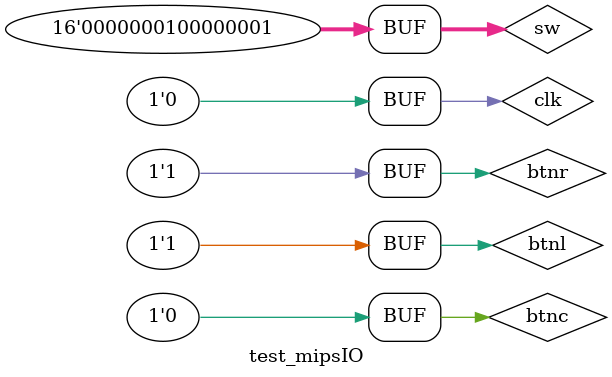
<source format=sv>
`timescale 1ns / 1ps

module test_mipsIO();
    logic clk, btnc, btnl, btnr, dp;
    logic [15:0] sw;
    logic [7:0] an;
    logic [6:0] a2g;
    
    MipsIO_Top MUT_mipsio(clk, btnc, btnl, btnr, sw, an, dp, a2g);
    
    initial
    begin
        btnc <= 1;
        #20;
        btnc <= 0;
    end
    
    always
    begin
        clk <= 1; #5;
        clk <= 0; #5;    
    end
    
    always
    begin
        sw = 16'h0101;  #5
        btnr = 1'b1;    #5
        btnl = 1'b1;
    end

endmodule

</source>
